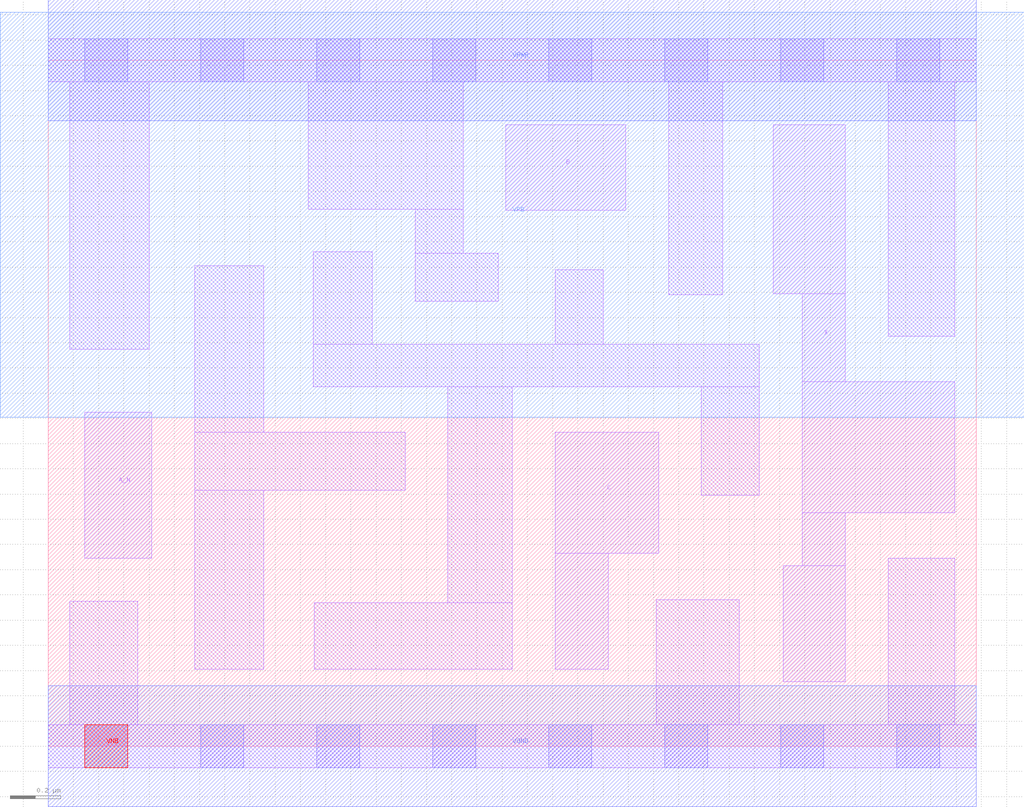
<source format=lef>
# Copyright 2020 The SkyWater PDK Authors
#
# Licensed under the Apache License, Version 2.0 (the "License");
# you may not use this file except in compliance with the License.
# You may obtain a copy of the License at
#
#     https://www.apache.org/licenses/LICENSE-2.0
#
# Unless required by applicable law or agreed to in writing, software
# distributed under the License is distributed on an "AS IS" BASIS,
# WITHOUT WARRANTIES OR CONDITIONS OF ANY KIND, either express or implied.
# See the License for the specific language governing permissions and
# limitations under the License.
#
# SPDX-License-Identifier: Apache-2.0

VERSION 5.7 ;
  NOWIREEXTENSIONATPIN ON ;
  DIVIDERCHAR "/" ;
  BUSBITCHARS "[]" ;
MACRO sky130_fd_sc_hd__and3b_2
  CLASS CORE ;
  FOREIGN sky130_fd_sc_hd__and3b_2 ;
  ORIGIN  0.000000  0.000000 ;
  SIZE  3.680000 BY  2.720000 ;
  SYMMETRY X Y R90 ;
  SITE unithd ;
  PIN A_N
    ANTENNAGATEAREA  0.126000 ;
    DIRECTION INPUT ;
    USE SIGNAL ;
    PORT
      LAYER li1 ;
        RECT 0.145000 0.745000 0.410000 1.325000 ;
    END
  END A_N
  PIN B
    ANTENNAGATEAREA  0.126000 ;
    DIRECTION INPUT ;
    USE SIGNAL ;
    PORT
      LAYER li1 ;
        RECT 1.815000 2.125000 2.290000 2.465000 ;
    END
  END B
  PIN C
    ANTENNAGATEAREA  0.126000 ;
    DIRECTION INPUT ;
    USE SIGNAL ;
    PORT
      LAYER li1 ;
        RECT 2.010000 0.305000 2.220000 0.765000 ;
        RECT 2.010000 0.765000 2.420000 1.245000 ;
    END
  END C
  PIN VNB
    PORT
      LAYER pwell ;
        RECT 0.145000 -0.085000 0.315000 0.085000 ;
    END
  END VNB
  PIN VPB
    PORT
      LAYER nwell ;
        RECT -0.190000 1.305000 3.870000 2.910000 ;
    END
  END VPB
  PIN X
    ANTENNADIFFAREA  0.445500 ;
    DIRECTION OUTPUT ;
    USE SIGNAL ;
    PORT
      LAYER li1 ;
        RECT 2.875000 1.795000 3.160000 2.465000 ;
        RECT 2.915000 0.255000 3.160000 0.715000 ;
        RECT 2.990000 0.715000 3.160000 0.925000 ;
        RECT 2.990000 0.925000 3.595000 1.445000 ;
        RECT 2.990000 1.445000 3.160000 1.795000 ;
    END
  END X
  PIN VGND
    DIRECTION INOUT ;
    SHAPE ABUTMENT ;
    USE GROUND ;
    PORT
      LAYER met1 ;
        RECT 0.000000 -0.240000 3.680000 0.240000 ;
    END
  END VGND
  PIN VPWR
    DIRECTION INOUT ;
    SHAPE ABUTMENT ;
    USE POWER ;
    PORT
      LAYER met1 ;
        RECT 0.000000 2.480000 3.680000 2.960000 ;
    END
  END VPWR
  OBS
    LAYER li1 ;
      RECT 0.000000 -0.085000 3.680000 0.085000 ;
      RECT 0.000000  2.635000 3.680000 2.805000 ;
      RECT 0.085000  0.085000 0.355000 0.575000 ;
      RECT 0.085000  1.575000 0.400000 2.635000 ;
      RECT 0.580000  0.305000 0.855000 1.015000 ;
      RECT 0.580000  1.015000 1.415000 1.245000 ;
      RECT 0.580000  1.245000 0.855000 1.905000 ;
      RECT 1.030000  2.130000 1.645000 2.635000 ;
      RECT 1.050000  1.425000 2.820000 1.595000 ;
      RECT 1.050000  1.595000 1.285000 1.960000 ;
      RECT 1.055000  0.305000 1.840000 0.570000 ;
      RECT 1.455000  1.765000 1.785000 1.955000 ;
      RECT 1.455000  1.955000 1.645000 2.130000 ;
      RECT 1.585000  0.570000 1.840000 1.425000 ;
      RECT 2.010000  1.595000 2.200000 1.890000 ;
      RECT 2.410000  0.085000 2.740000 0.580000 ;
      RECT 2.460000  1.790000 2.675000 2.635000 ;
      RECT 2.590000  0.995000 2.820000 1.425000 ;
      RECT 3.330000  0.085000 3.595000 0.745000 ;
      RECT 3.330000  1.625000 3.595000 2.635000 ;
    LAYER mcon ;
      RECT 0.145000 -0.085000 0.315000 0.085000 ;
      RECT 0.145000  2.635000 0.315000 2.805000 ;
      RECT 0.605000 -0.085000 0.775000 0.085000 ;
      RECT 0.605000  2.635000 0.775000 2.805000 ;
      RECT 1.065000 -0.085000 1.235000 0.085000 ;
      RECT 1.065000  2.635000 1.235000 2.805000 ;
      RECT 1.525000 -0.085000 1.695000 0.085000 ;
      RECT 1.525000  2.635000 1.695000 2.805000 ;
      RECT 1.985000 -0.085000 2.155000 0.085000 ;
      RECT 1.985000  2.635000 2.155000 2.805000 ;
      RECT 2.445000 -0.085000 2.615000 0.085000 ;
      RECT 2.445000  2.635000 2.615000 2.805000 ;
      RECT 2.905000 -0.085000 3.075000 0.085000 ;
      RECT 2.905000  2.635000 3.075000 2.805000 ;
      RECT 3.365000 -0.085000 3.535000 0.085000 ;
      RECT 3.365000  2.635000 3.535000 2.805000 ;
  END
END sky130_fd_sc_hd__and3b_2
END LIBRARY

</source>
